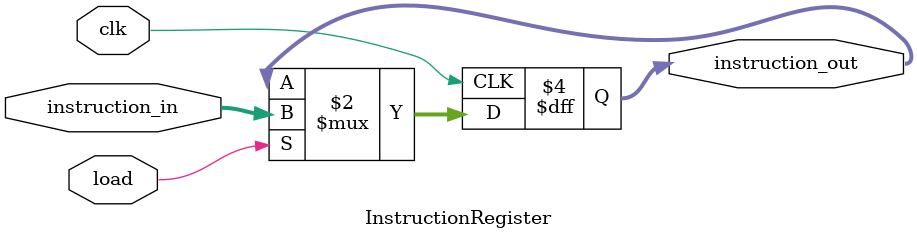
<source format=v>
module InstructionRegister(
    input clk,
    input load,
    input [15:0] instruction_in,
    output reg [15:0] instruction_out
);
    always @(posedge clk) begin
        if (load)
            instruction_out <= instruction_in;
    end
endmodule
</source>
